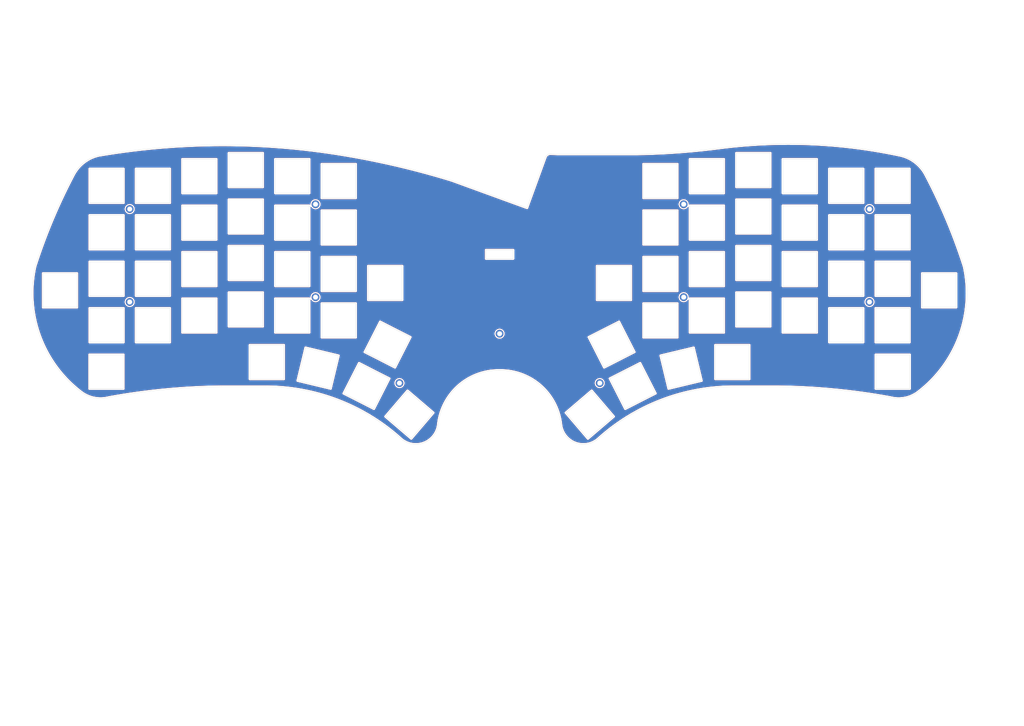
<source format=kicad_pcb>
(kicad_pcb (version 20211014) (generator pcbnew)
  (layers (0 "F.Cu" signal) (31 "B.Cu" signal) (34 "B.Paste" user) (35 "F.Paste" user) (36 "B.SilkS" user "B.Silkscreen") (37 "F.SilkS" user "F.Silkscreen") (38 "B.Mask" user) (39 "F.Mask" user) (44 "Edge.Cuts" user))
  (net 0 "")
  (footprint "" (layer "F.Cu") (at 129.52502 83.424999)
    (fp_text reference "" (at 0 0) (layer "F.SilkS") (effects (font (size 1.27 1.27))))
    (fp_text value "" (at 0 0) (layer "F.SilkS") (effects (font (size 1.27 1.27))))
    (pad "" np_thru_hole circle locked (at 0 0) (size 3.2 3.2) (drill 2) (layers F&B.Cu *.Mask))
  )
  (footprint "" (layer "F.Cu") (at 356.674995 85.393775)
    (fp_text reference "" (at 0 0) (layer "F.SilkS") (effects (font (size 1.27 1.27))))
    (fp_text value "" (at 0 0) (layer "F.SilkS") (effects (font (size 1.27 1.27))))
    (pad "" np_thru_hole circle locked (at 0 0) (size 3.2 3.2) (drill 2) (layers F&B.Cu *.Mask))
  )
  (footprint "" (layer "F.Cu") (at 356.674972 123.493739)
    (fp_text reference "" (at 0 0) (layer "F.SilkS") (effects (font (size 1.27 1.27))))
    (fp_text value "" (at 0 0) (layer "F.SilkS") (effects (font (size 1.27 1.27))))
    (pad "" np_thru_hole circle locked (at 0 0) (size 3.2 3.2) (drill 2) (layers F&B.Cu *.Mask))
  )
  (footprint "footprints:spacer_m2" (layer "F.Cu") (at 53.325013 85.393778)
    (fp_text reference "HM1" hide)
    (fp_text value "CaseHole" hide)
    (pad "" np_thru_hole circle locked (at 0 0) (size 3.2 3.2) (drill 2) (layers F&B.Cu *.Mask))
  )
  (footprint "" (layer "F.Cu") (at 129.525034 121.524993)
    (fp_text reference "" (at 0 0) (layer "F.SilkS") (effects (font (size 1.27 1.27))))
    (fp_text value "" (at 0 0) (layer "F.SilkS") (effects (font (size 1.27 1.27))))
    (pad "" np_thru_hole circle locked (at 0 0) (size 3.2 3.2) (drill 2) (layers F&B.Cu *.Mask))
  )
  (footprint "" (layer "F.Cu") (at 163.931123 156.759505)
    (fp_text reference "" (at 0 0) (layer "F.SilkS") (effects (font (size 1.27 1.27))))
    (fp_text value "" (at 0 0) (layer "F.SilkS") (effects (font (size 1.27 1.27))))
    (pad "" np_thru_hole circle locked (at 0 0) (size 3.2 3.2) (drill 2) (layers F&B.Cu *.Mask))
  )
  (footprint "" (layer "F.Cu") (at 246.068877 156.759505)
    (fp_text reference "" (at 0 0) (layer "F.SilkS") (effects (font (size 1.27 1.27))))
    (fp_text value "" (at 0 0) (layer "F.SilkS") (effects (font (size 1.27 1.27))))
    (pad "" np_thru_hole circle locked (at 0 0) (size 3.2 3.2) (drill 2) (layers F&B.Cu *.Mask))
  )
  (footprint "" (layer "F.Cu") (at 53.325037 123.493739)
    (fp_text reference "" (at 0 0) (layer "F.SilkS") (effects (font (size 1.27 1.27))))
    (fp_text value "" (at 0 0) (layer "F.SilkS") (effects (font (size 1.27 1.27))))
    (pad "" np_thru_hole circle locked (at 0 0) (size 3.2 3.2) (drill 2) (layers F&B.Cu *.Mask))
  )
  (footprint "" (layer "F.Cu") (at 205 136.5)
    (fp_text reference "" (at 0 0) (layer "F.SilkS") (effects (font (size 1.27 1.27))))
    (fp_text value "" (at 0 0) (layer "F.SilkS") (effects (font (size 1.27 1.27))))
    (pad "" np_thru_hole circle locked (at 0 0) (size 3.2 3.2) (drill 2) (layers F&B.Cu *.Mask))
  )
  (footprint "" (layer "F.Cu") (at 280.47498 83.424999)
    (fp_text reference "" (at 0 0) (layer "F.SilkS") (effects (font (size 1.27 1.27))))
    (fp_text value "" (at 0 0) (layer "F.SilkS") (effects (font (size 1.27 1.27))))
    (pad "" np_thru_hole circle locked (at 0 0) (size 3.2 3.2) (drill 2) (layers F&B.Cu *.Mask))
  )
  (footprint "" (layer "F.Cu") (at 280.474967 121.524995)
    (fp_text reference "" (at 0 0) (layer "F.SilkS") (effects (font (size 1.27 1.27))))
    (fp_text value "" (at 0 0) (layer "F.SilkS") (effects (font (size 1.27 1.27))))
    (pad "" np_thru_hole circle locked (at 0 0) (size 3.2 3.2) (drill 2) (layers F&B.Cu *.Mask))
  )
  (gr_line (start 340.149997 68.868777) (end 340.149997 82.868777) (layer "Edge.Cuts") (width 0.1))
  (gr_line (start 210.6 102.15625) (end 199.4 102.15625) (layer "Edge.Cuts") (width 0.1))
  (gr_line (start 354.149973 120.968772) (end 354.149973 106.968772) (layer "Edge.Cuts") (width 0.1))
  (gr_arc (start 395.37125 108.93125) (mid 393.405311 137.519163) (end 376.32125 160.525) (layer "Edge.Cuts") (width 0.1))
  (gr_line (start 50.850003 82.868777) (end 50.850003 68.868777) (layer "Edge.Cuts") (width 0.1))
  (gr_line (start 132.050001 124.050031) (end 132.050001 138.050031) (layer "Edge.Cuts") (width 0.1))
  (gr_line (start 340.149996 126.018776) (end 340.149996 140.018776) (layer "Edge.Cuts") (width 0.1))
  (gr_line (start 236.62125 62.89375) (end 261.2275 62.89375) (layer "Edge.Cuts") (width 0.1))
  (gr_line (start 340.149987 101.918744) (end 354.149987 101.918744) (layer "Edge.Cuts") (width 0.1))
  (gr_line (start 282.999974 136.049994) (end 296.999974 136.049994) (layer "Edge.Cuts") (width 0.1))
  (gr_line (start 113.000026 122.049994) (end 113.000026 136.049994) (layer "Edge.Cuts") (width 0.1))
  (gr_line (start 263.949976 105.000027) (end 263.949976 119.000027) (layer "Edge.Cuts") (width 0.1))
  (gr_line (start 302.05001 119.550032) (end 302.05001 133.550032) (layer "Edge.Cuts") (width 0.1))
  (gr_line (start 321.099973 117.000022) (end 335.099973 117.000022) (layer "Edge.Cuts") (width 0.1))
  (gr_line (start 232.116578 168.909104) (end 241.208851 179.554787) (layer "Edge.Cuts") (width 0.1))
  (gr_line (start 307.438658 141.12413) (end 293.438658 141.12413) (layer "Edge.Cuts") (width 0.1))
  (gr_line (start 282.999951 116.99999) (end 296.999951 116.99999) (layer "Edge.Cuts") (width 0.1))
  (gr_line (start 277.949976 119.000027) (end 277.949976 105.000027) (layer "Edge.Cuts") (width 0.1))
  (gr_line (start 116.561342 141.12413) (end 102.561342 141.12413) (layer "Edge.Cuts") (width 0.1))
  (gr_line (start 165.100024 108.697035) (end 151.100024 108.697035) (layer "Edge.Cuts") (width 0.1))
  (gr_line (start 93.94999 133.550032) (end 107.94999 133.550032) (layer "Edge.Cuts") (width 0.1))
  (gr_line (start 316.050001 81.45) (end 302.050001 81.45) (layer "Edge.Cuts") (width 0.1))
  (gr_line (start 107.94999 119.550032) (end 93.94999 119.550032) (layer "Edge.Cuts") (width 0.1))
  (gr_line (start 302.050001 95.45) (end 316.050001 95.45) (layer "Edge.Cuts") (width 0.1))
  (gr_arc (start 40.69375 63.475) (mid 91.140037 59.17546) (end 141.595456 63.366499) (layer "Edge.Cuts") (width 0.1))
  (gr_line (start 107.949999 95.45) (end 107.949999 81.45) (layer "Edge.Cuts") (width 0.1))
  (gr_line (start 296.999975 78.899995) (end 296.999975 64.899995) (layer "Edge.Cuts") (width 0.1))
  (gr_line (start 316.050011 62.400033) (end 302.050011 62.400033) (layer "Edge.Cuts") (width 0.1))
  (gr_line (start 185.251706 73.685249) (end 216.280356 84.978754) (layer "Edge.Cuts") (width 0.1))
  (gr_line (start 127.000049 116.99999) (end 127.000049 102.99999) (layer "Edge.Cuts") (width 0.1))
  (gr_line (start 316.049987 100.500028) (end 302.049987 100.500028) (layer "Edge.Cuts") (width 0.1))
  (gr_line (start 90.82875 158.14375) (end 108.29125 158.14375) (layer "Edge.Cuts") (width 0.1))
  (gr_line (start 296.999951 116.99999) (end 296.999951 102.99999) (layer "Edge.Cuts") (width 0.1))
  (gr_line (start 244.899976 122.697035) (end 258.899976 122.697035) (layer "Edge.Cuts") (width 0.1))
  (gr_line (start 335.099987 97.949994) (end 335.099987 83.949994) (layer "Edge.Cuts") (width 0.1))
  (gr_line (start 359.149987 87.918744) (end 359.149987 101.918744) (layer "Edge.Cuts") (width 0.1))
  (gr_line (start 277.95 66.900032) (end 263.95 66.900032) (layer "Edge.Cuts") (width 0.1))
  (gr_line (start 359.149997 68.868777) (end 359.149997 82.868777) (layer "Edge.Cuts") (width 0.1))
  (gr_line (start 69.850013 101.918744) (end 69.850013 87.918744) (layer "Edge.Cuts") (width 0.1))
  (gr_line (start 93.949999 81.45) (end 93.949999 95.45) (layer "Edge.Cuts") (width 0.1))
  (gr_line (start 354.149987 87.918744) (end 340.149987 87.918744) (layer "Edge.Cuts") (width 0.1))
  (gr_line (start 253.987498 131.545661) (end 241.513407 137.901528) (layer "Edge.Cuts") (width 0.1))
  (gr_line (start 88.900027 103.000022) (end 74.900027 103.000022) (layer "Edge.Cuts") (width 0.1))
  (gr_line (start 88.900003 64.900027) (end 74.900003 64.900027) (layer "Edge.Cuts") (width 0.1))
  (gr_line (start 199.4 102.15625) (end 199.4 105.75625) (layer "Edge.Cuts") (width 0.1))
  (gr_line (start 146.05 80.900032) (end 146.05 66.900032) (layer "Edge.Cuts") (width 0.1))
  (gr_line (start 316.049987 114.500028) (end 316.049987 100.500028) (layer "Edge.Cuts") (width 0.1))
  (gr_line (start 93.950013 114.500028) (end 107.950013 114.500028) (layer "Edge.Cuts") (width 0.1))
  (gr_line (start 113.000026 136.049994) (end 127.000026 136.049994) (layer "Edge.Cuts") (width 0.1))
  (gr_line (start 284.599726 142.183003) (end 270.986547 145.451238) (layer "Edge.Cuts") (width 0.1))
  (gr_line (start 113.000049 102.99999) (end 113.000049 116.99999) (layer "Edge.Cuts") (width 0.1))
  (gr_arc (start 179.72875 174.01875) (mid 173.827846 181.247547) (end 164.6475 179.575) (layer "Edge.Cuts") (width 0.1))
  (gr_line (start 270.986547 145.451238) (end 274.254782 159.064417) (layer "Edge.Cuts") (width 0.1))
  (gr_arc (start 223.896133 64.050141) (mid 224.732463 63.068414) (end 225.987614 62.77432) (layer "Edge.Cuts") (width 0.1))
  (gr_arc (start 14.62875 108.93125) (mid 21.682598 89.828032) (end 30.375 71.4125) (layer "Edge.Cuts") (width 0.1))
  (gr_line (start 335.099973 117.000022) (end 335.099973 103.000022) (layer "Edge.Cuts") (width 0.1))
  (gr_line (start 277.949999 138.050031) (end 277.949999 124.050031) (layer "Edge.Cuts") (width 0.1))
  (gr_line (start 282.999975 78.899995) (end 296.999975 78.899995) (layer "Edge.Cuts") (width 0.1))
  (gr_line (start 151.100024 122.697035) (end 165.100024 122.697035) (layer "Edge.Cuts") (width 0.1))
  (gr_line (start 55.850004 126.018776) (end 55.850004 140.018776) (layer "Edge.Cuts") (width 0.1))
  (gr_line (start 302.050011 62.400033) (end 302.050011 76.400033) (layer "Edge.Cuts") (width 0.1))
  (gr_line (start 260.343365 144.019752) (end 253.987498 131.545661) (layer "Edge.Cuts") (width 0.1))
  (gr_line (start 359.149973 120.968772) (end 373.149973 120.968772) (layer "Edge.Cuts") (width 0.1))
  (gr_line (start 36.800014 145.068743) (end 36.800014 159.068743) (layer "Edge.Cuts") (width 0.1))
  (gr_line (start 242.762261 159.816831) (end 232.116578 168.909104) (layer "Edge.Cuts") (width 0.1))
  (gr_line (start 74.900003 64.900027) (end 74.900003 78.900027) (layer "Edge.Cuts") (width 0.1))
  (gr_line (start 50.850003 68.868777) (end 36.850003 68.868777) (layer "Edge.Cuts") (width 0.1))
  (gr_line (start 102.561342 141.12413) (end 102.561342 155.12413) (layer "Edge.Cuts") (width 0.1))
  (gr_line (start 321.099987 97.949994) (end 335.099987 97.949994) (layer "Edge.Cuts") (width 0.1))
  (gr_line (start 36.850003 68.868777) (end 36.850003 82.868777) (layer "Edge.Cuts") (width 0.1))
  (gr_line (start 168.486593 137.901528) (end 156.012502 131.545661) (layer "Edge.Cuts") (width 0.1))
  (gr_line (start 122.132039 155.796182) (end 135.745218 159.064417) (layer "Edge.Cuts") (width 0.1))
  (gr_line (start 107.949989 76.400033) (end 107.949989 62.400033) (layer "Edge.Cuts") (width 0.1))
  (gr_line (start 74.900004 122.050026) (end 74.900004 136.050026) (layer "Edge.Cuts") (width 0.1))
  (gr_line (start 359.149997 82.868777) (end 373.149997 82.868777) (layer "Edge.Cuts") (width 0.1))
  (gr_line (start 373.149987 87.918744) (end 359.149987 87.918744) (layer "Edge.Cuts") (width 0.1))
  (gr_line (start 102.561342 155.12413) (end 116.561342 155.12413) (layer "Edge.Cuts") (width 0.1))
  (gr_line (start 277.95 80.900032) (end 277.95 66.900032) (layer "Edge.Cuts") (width 0.1))
  (gr_line (start 274.254782 159.064417) (end 287.867961 155.796182) (layer "Edge.Cuts") (width 0.1))
  (gr_line (start 88.900003 78.900027) (end 88.900003 64.900027) (layer "Edge.Cuts") (width 0.1))
  (gr_line (start 36.800014 159.068743) (end 50.800014 159.068743) (layer "Edge.Cuts") (width 0.1))
  (gr_line (start 282.999951 102.99999) (end 282.999951 116.99999) (layer "Edge.Cuts") (width 0.1))
  (gr_arc (start 294.565 60.5125) (mid 332.063109 58.777444) (end 369.30625 63.475) (layer "Edge.Cuts") (width 0.1))
  (gr_line (start 340.149997 82.868777) (end 354.149997 82.868777) (layer "Edge.Cuts") (width 0.1))
  (gr_line (start 263.95 66.900032) (end 263.95 80.900032) (layer "Edge.Cuts") (width 0.1))
  (gr_line (start 149.656635 144.019752) (end 162.136593 150.375619) (layer "Edge.Cuts") (width 0.1))
  (gr_line (start 50.850013 87.918744) (end 36.850013 87.918744) (layer "Edge.Cuts") (width 0.1))
  (gr_line (start 132.050024 105.000027) (end 132.050024 119.000027) (layer "Edge.Cuts") (width 0.1))
  (gr_line (start 244.899976 108.697035) (end 244.899976 122.697035) (layer "Edge.Cuts") (width 0.1))
  (gr_arc (start 319.17125 158.14375) (mid 342.283453 159.377631) (end 365.20875 162.559957) (layer "Edge.Cuts") (width 0.1))
  (gr_line (start 216.280356 84.978754) (end 222.361475 68.27102) (layer "Edge.Cuts") (width 0.1))
  (gr_line (start 316.05001 133.550032) (end 316.05001 119.550032) (layer "Edge.Cuts") (width 0.1))
  (gr_line (start 354.149997 82.868777) (end 354.149997 68.868777) (layer "Edge.Cuts") (width 0.1))
  (gr_line (start 146.05 66.900032) (end 132.05 66.900032) (layer "Edge.Cuts") (width 0.1))
  (gr_line (start 132.050001 138.050031) (end 146.050001 138.050031) (layer "Edge.Cuts") (width 0.1))
  (gr_line (start 392.249963 125.73128) (end 392.249963 111.73128) (layer "Edge.Cuts") (width 0.1))
  (gr_line (start 55.850003 82.868777) (end 69.850003 82.868777) (layer "Edge.Cuts") (width 0.1))
  (gr_line (start 153.488066 167.349264) (end 159.838066 154.875173) (layer "Edge.Cuts") (width 0.1))
  (gr_line (start 296.999974 136.049994) (end 296.999974 122.049994) (layer "Edge.Cuts") (width 0.1))
  (gr_line (start 302.050011 76.400033) (end 316.050011 76.400033) (layer "Edge.Cuts") (width 0.1))
  (gr_line (start 321.099996 136.050026) (end 335.099996 136.050026) (layer "Edge.Cuts") (width 0.1))
  (gr_line (start 373.149987 101.918744) (end 373.149987 87.918744) (layer "Edge.Cuts") (width 0.1))
  (gr_line (start 31.750023 111.731211) (end 17.750023 111.731211) (layer "Edge.Cuts") (width 0.1))
  (gr_line (start 50.800014 145.068743) (end 36.800014 145.068743) (layer "Edge.Cuts") (width 0.1))
  (gr_line (start 55.850013 101.918744) (end 69.850013 101.918744) (layer "Edge.Cuts") (width 0.1))
  (gr_line (start 88.900004 136.050026) (end 88.900004 122.050026) (layer "Edge.Cuts") (width 0.1))
  (gr_line (start 277.94999 85.949999) (end 263.94999 85.949999) (layer "Edge.Cuts") (width 0.1))
  (gr_line (start 159.838066 154.875173) (end 147.363975 148.519306) (layer "Edge.Cuts") (width 0.1))
  (gr_line (start 340.149996 140.018776) (end 354.149996 140.018776) (layer "Edge.Cuts") (width 0.1))
  (gr_line (start 293.438658 141.12413) (end 293.438658 155.12413) (layer "Edge.Cuts") (width 0.1))
  (gr_line (start 93.950013 100.500028) (end 93.950013 114.500028) (layer "Edge.Cuts") (width 0.1))
  (gr_line (start 277.94999 99.949999) (end 277.94999 85.949999) (layer "Edge.Cuts") (width 0.1))
  (gr_line (start 373.149997 68.868777) (end 359.149997 68.868777) (layer "Edge.Cuts") (width 0.1))
  (gr_line (start 17.750023 111.731211) (end 17.750023 125.731211) (layer "Edge.Cuts") (width 0.1))
  (gr_line (start 340.149987 87.918744) (end 340.149987 101.918744) (layer "Edge.Cuts") (width 0.1))
  (gr_line (start 158.145466 170.462514) (end 168.791149 179.554787) (layer "Edge.Cuts") (width 0.1))
  (gr_line (start 359.199996 159.068743) (end 373.199996 159.068743) (layer "Edge.Cuts") (width 0.1))
  (gr_line (start 132.05001 85.949999) (end 132.05001 99.949999) (layer "Edge.Cuts") (width 0.1))
  (gr_line (start 282.999974 122.049994) (end 282.999974 136.049994) (layer "Edge.Cuts") (width 0.1))
  (gr_line (start 321.099997 64.900027) (end 321.099997 78.900027) (layer "Edge.Cuts") (width 0.1))
  (gr_line (start 277.949999 124.050031) (end 263.949999 124.050031) (layer "Edge.Cuts") (width 0.1))
  (gr_line (start 107.950013 100.500028) (end 93.950013 100.500028) (layer "Edge.Cuts") (width 0.1))
  (gr_arc (start 108.29125 158.14375) (mid 138.489145 163.548128) (end 164.6475 179.575) (layer "Edge.Cuts") (width 0.1))
  (gr_line (start 74.900027 103.000022) (end 74.900027 117.000022) (layer "Edge.Cuts") (width 0.1))
  (gr_line (start 210.6 105.75625) (end 210.6 102.15625) (layer "Edge.Cuts") (width 0.1))
  (gr_line (start 302.050001 81.45) (end 302.050001 95.45) (layer "Edge.Cuts") (width 0.1))
  (gr_line (start 296.999975 64.899995) (end 282.999975 64.899995) (layer "Edge.Cuts") (width 0.1))
  (gr_arc (start 245.3525 179.575) (mid 236.172153 181.247547) (end 230.27125 174.01875) (layer "Edge.Cuts") (width 0.1))
  (gr_line (start 88.900027 117.000022) (end 88.900027 103.000022) (layer "Edge.Cuts") (width 0.1))
  (gr_line (start 301.70875 158.14375) (end 319.17125 158.14375) (layer "Edge.Cuts") (width 0.1))
  (gr_line (start 177.883422 168.909104) (end 167.237739 159.816831) (layer "Edge.Cuts") (width 0.1))
  (gr_line (start 335.099987 83.949994) (end 321.099987 83.949994) (layer "Edge.Cuts") (width 0.1))
  (gr_line (start 69.850004 140.018776) (end 69.850004 126.018776) (layer "Edge.Cuts") (width 0.1))
  (gr_line (start 199.4 105.75625) (end 210.6 105.75625) (layer "Edge.Cuts") (width 0.1))
  (gr_line (start 354.149987 101.918744) (end 354.149987 87.918744) (layer "Edge.Cuts") (width 0.1))
  (gr_line (start 296.999974 122.049994) (end 282.999974 122.049994) (layer "Edge.Cuts") (width 0.1))
  (gr_line (start 258.899976 122.697035) (end 258.899976 108.697035) (layer "Edge.Cuts") (width 0.1))
  (gr_line (start 55.850004 140.018776) (end 69.850004 140.018776) (layer "Edge.Cuts") (width 0.1))
  (gr_line (start 156.012502 131.545661) (end 149.656635 144.019752) (layer "Edge.Cuts") (width 0.1))
  (gr_line (start 69.850004 126.018776) (end 55.850004 126.018776) (layer "Edge.Cuts") (width 0.1))
  (gr_line (start 256.511934 167.349264) (end 268.991892 160.993397) (layer "Edge.Cuts") (width 0.1))
  (gr_line (start 263.94999 99.949999) (end 277.94999 99.949999) (layer "Edge.Cuts") (width 0.1))
  (gr_line (start 50.850013 101.918744) (end 50.850013 87.918744) (layer "Edge.Cuts") (width 0.1))
  (gr_line (start 321.099973 103.000022) (end 321.099973 117.000022) (layer "Edge.Cuts") (width 0.1))
  (gr_line (start 373.149996 126.018776) (end 359.149996 126.018776) (layer "Edge.Cuts") (width 0.1))
  (gr_line (start 139.013453 145.451238) (end 125.400274 142.183003) (layer "Edge.Cuts") (width 0.1))
  (gr_line (start 116.561342 155.12413) (end 116.561342 141.12413) (layer "Edge.Cuts") (width 0.1))
  (gr_line (start 69.850003 68.868777) (end 55.850003 68.868777) (layer "Edge.Cuts") (width 0.1))
  (gr_line (start 263.95 80.900032) (end 277.95 80.900032) (layer "Edge.Cuts") (width 0.1))
  (gr_line (start 296.999965 97.949962) (end 296.999965 83.949962) (layer "Edge.Cuts") (width 0.1))
  (gr_line (start 50.850027 106.968772) (end 36.850027 106.968772) (layer "Edge.Cuts") (width 0.1))
  (gr_line (start 378.249963 125.73128) (end 392.249963 125.73128) (layer "Edge.Cuts") (width 0.1))
  (gr_arc (start 44.79125 162.559957) (mid 67.716546 159.37763) (end 90.82875 158.14375) (layer "Edge.Cuts") (width 0.1))
  (gr_line (start 36.850013 87.918744) (end 36.850013 101.918744) (layer "Edge.Cuts") (width 0.1))
  (gr_line (start 69.850027 120.968772) (end 69.850027 106.968772) (layer "Edge.Cuts") (width 0.1))
  (gr_line (start 316.050001 95.45) (end 316.050001 81.45) (layer "Edge.Cuts") (width 0.1))
  (gr_line (start 321.099996 122.050026) (end 321.099996 136.050026) (layer "Edge.Cuts") (width 0.1))
  (gr_line (start 241.513407 137.901528) (end 247.863407 150.375619) (layer "Edge.Cuts") (width 0.1))
  (gr_line (start 50.800014 159.068743) (end 50.800014 145.068743) (layer "Edge.Cuts") (width 0.1))
  (gr_line (start 151.100024 108.697035) (end 151.100024 122.697035) (layer "Edge.Cuts") (width 0.1))
  (gr_line (start 359.149996 140.018776) (end 373.149996 140.018776) (layer "Edge.Cuts") (width 0.1))
  (gr_line (start 293.438658 155.12413) (end 307.438658 155.12413) (layer "Edge.Cuts") (width 0.1))
  (gr_line (start 132.05 80.900032) (end 146.05 80.900032) (layer "Edge.Cuts") (width 0.1))
  (gr_line (start 316.05001 119.550032) (end 302.05001 119.550032) (layer "Edge.Cuts") (width 0.1))
  (gr_line (start 359.149996 126.018776) (end 359.149996 140.018776) (layer "Edge.Cuts") (width 0.1))
  (gr_line (start 127.000049 102.99999) (end 113.000049 102.99999) (layer "Edge.Cuts") (width 0.1))
  (gr_line (start 373.199996 159.068743) (end 373.199996 145.068743) (layer "Edge.Cuts") (width 0.1))
  (gr_line (start 31.750023 125.731211) (end 31.750023 111.731211) (layer "Edge.Cuts") (width 0.1))
  (gr_line (start 354.149973 106.968772) (end 340.149973 106.968772) (layer "Edge.Cuts") (width 0.1))
  (gr_line (start 241.208851 179.554787) (end 251.854534 170.462514) (layer "Edge.Cuts") (width 0.1))
  (gr_line (start 127.000025 78.899995) (end 127.000025 64.899995) (layer "Edge.Cuts") (width 0.1))
  (gr_line (start 36.850027 120.968772) (end 50.850027 120.968772) (layer "Edge.Cuts") (width 0.1))
  (gr_line (start 113.000049 116.99999) (end 127.000049 116.99999) (layer "Edge.Cuts") (width 0.1))
  (gr_line (start 74.900013 83.949994) (end 74.900013 97.949994) (layer "Edge.Cuts") (width 0.1))
  (gr_arc (start 369.30625 63.475) (mid 375.343071 66.303074) (end 379.625 71.4125) (layer "Edge.Cuts") (width 0.1))
  (gr_line (start 321.099987 83.949994) (end 321.099987 97.949994) (layer "Edge.Cuts") (width 0.1))
  (gr_line (start 113.000025 64.899995) (end 113.000025 78.899995) (layer "Edge.Cuts") (width 0.1))
  (gr_line (start 50.850027 120.968772) (end 50.850027 106.968772) (layer "Edge.Cuts") (width 0.1))
  (gr_line (start 302.05001 133.550032) (end 316.05001 133.550032) (layer "Edge.Cuts") (width 0.1))
  (gr_line (start 127.000026 122.049994) (end 113.000026 122.049994) (layer "Edge.Cuts") (width 0.1))
  (gr_arc (start 33.67875 160.525) (mid 16.594689 137.519163) (end 14.62875 108.93125) (layer "Edge.Cuts") (width 0.1))
  (gr_line (start 93.949989 62.400033) (end 93.949989 76.400033) (layer "Edge.Cuts") (width 0.1))
  (gr_line (start 146.050024 119.000027) (end 146.050024 105.000027) (layer "Edge.Cuts") (width 0.1))
  (gr_line (start 359.199996 145.068743) (end 359.199996 159.068743) (layer "Edge.Cuts") (width 0.1))
  (gr_line (start 36.850003 82.868777) (end 50.850003 82.868777) (layer "Edge.Cuts") (width 0.1))
  (gr_line (start 74.900003 78.900027) (end 88.900003 78.900027) (layer "Edge.Cuts") (width 0.1))
  (gr_line (start 258.899976 108.697035) (end 244.899976 108.697035) (layer "Edge.Cuts") (width 0.1))
  (gr_line (start 113.000035 83.949962) (end 113.000035 97.949962) (layer "Edge.Cuts") (width 0.1))
  (gr_line (start 93.94999 119.550032) (end 93.94999 133.550032) (layer "Edge.Cuts") (width 0.1))
  (gr_line (start 74.900004 136.050026) (end 88.900004 136.050026) (layer "Edge.Cuts") (width 0.1))
  (gr_line (start 373.149996 140.018776) (end 373.149996 126.018776) (layer "Edge.Cuts") (width 0.1))
  (gr_line (start 69.850013 87.918744) (end 55.850013 87.918744) (layer "Edge.Cuts") (width 0.1))
  (gr_line (start 74.900013 97.949994) (end 88.900013 97.949994) (layer "Edge.Cuts") (width 0.1))
  (gr_line (start 127.000025 64.899995) (end 113.000025 64.899995) (layer "Edge.Cuts") (width 0.1))
  (gr_line (start 321.099997 78.900027) (end 335.099997 78.900027) (layer "Edge.Cuts") (width 0.1))
  (gr_line (start 262.636025 148.519306) (end 250.161934 154.875173) (layer "Edge.Cuts") (width 0.1))
  (gr_line (start 263.949976 119.000027) (end 277.949976 119.000027) (layer "Edge.Cuts") (width 0.1))
  (gr_line (start 263.949999 124.050031) (end 263.949999 138.050031) (layer "Edge.Cuts") (width 0.1))
  (gr_line (start 74.900027 117.000022) (end 88.900027 117.000022) (layer "Edge.Cuts") (width 0.1))
  (gr_line (start 146.050024 105.000027) (end 132.050024 105.000027) (layer "Edge.Cuts") (width 0.1))
  (gr_line (start 167.237739 159.816831) (end 158.145466 170.462514) (layer "Edge.Cuts") (width 0.1))
  (gr_line (start 263.949999 138.050031) (end 277.949999 138.050031) (layer "Edge.Cuts") (width 0.1))
  (gr_arc (start 205 151.472749) (mid 222.035422 157.814127) (end 230.27125 174.01875) (layer "Edge.Cuts") (width 0.1))
  (gr_line (start 127.000026 136.049994) (end 127.000026 122.049994) (layer "Edge.Cuts") (width 0.1))
  (gr_arc (start 141.595456 63.366499) (mid 163.594731 67.801776) (end 185.251706 73.685249) (layer "Edge.Cuts") (width 0.1))
  (gr_line (start 36.850004 126.018776) (end 36.850004 140.018776) (layer "Edge.Cuts") (width 0.1))
  (gr_line (start 162.136593 150.375619) (end 168.486593 137.901528) (layer "Edge.Cuts") (width 0.1))
  (gr_line (start 251.854534 170.462514) (end 242.762261 159.816831) (layer "Edge.Cuts") (width 0.1))
  (gr_line (start 302.049987 114.500028) (end 316.049987 114.500028) (layer "Edge.Cuts") (width 0.1))
  (gr_arc (start 379.625 71.4125) (mid 388.317402 89.828032) (end 395.37125 108.93125) (layer "Edge.Cuts") (width 0.1))
  (gr_line (start 168.791149 179.554787) (end 177.883422 168.909104) (layer "Edge.Cuts") (width 0.1))
  (gr_line (start 107.950013 114.500028) (end 107.950013 100.500028) (layer "Edge.Cuts") (width 0.1))
  (gr_line (start 225.987614 62.77432) (end 228.68375 62.89375) (layer "Edge.Cuts") (width 0.1))
  (gr_line (start 147.363975 148.519306) (end 141.008108 160.993397) (layer "Edge.Cuts") (width 0.1))
  (gr_line (start 222.361475 68.27102) (end 223.896133 64.050141) (layer "Edge.Cuts") (width 0.1))
  (gr_line (start 340.149973 120.968772) (end 354.149973 120.968772) (layer "Edge.Cuts") (width 0.1))
  (gr_line (start 113.000025 78.899995) (end 127.000025 78.899995) (layer "Edge.Cuts") (width 0.1))
  (gr_line (start 165.100024 122.697035) (end 165.100024 108.697035) (layer "Edge.Cuts") (width 0.1))
  (gr_line (start 354.149997 68.868777) (end 340.149997 68.868777) (layer "Edge.Cuts") (width 0.1))
  (gr_line (start 335.099997 78.900027) (end 335.099997 64.900027) (layer "Edge.Cuts") (width 0.1))
  (gr_line (start 296.999951 102.99999) (end 282.999951 102.99999) (layer "Edge.Cuts") (width 0.1))
  (gr_line (start 146.05001 85.949999) (end 132.05001 85.949999) (layer "Edge.Cuts") (width 0.1))
  (gr_line (start 378.249963 111.73128) (end 378.249963 125.73128) (layer "Edge.Cuts") (width 0.1))
  (gr_line (start 247.863407 150.375619) (end 260.343365 144.019752) (layer "Edge.Cuts") (width 0.1))
  (gr_line (start 302.049987 100.500028) (end 302.049987 114.500028) (layer "Edge.Cuts") (width 0.1))
  (gr_line (start 287.867961 155.796182) (end 284.599726 142.183003) (layer "Edge.Cuts") (width 0.1))
  (gr_line (start 250.161934 154.875173) (end 256.511934 167.349264) (layer "Edge.Cuts") (width 0.1))
  (gr_line (start 277.949976 105.000027) (end 263.949976 105.000027) (layer "Edge.Cuts") (width 0.1))
  (gr_line (start 55.850003 68.868777) (end 55.850003 82.868777) (layer "Edge.Cuts") (width 0.1))
  (gr_line (start 359.149973 106.968772) (end 359.149973 120.968772) (layer "Edge.Cuts") (width 0.1))
  (gr_line (start 335.099973 103.000022) (end 321.099973 103.000022) (layer "Edge.Cuts") (width 0.1))
  (gr_line (start 359.149987 101.918744) (end 373.149987 101.918744) (layer "Edge.Cuts") (width 0.1))
  (gr_line (start 354.149996 140.018776) (end 354.149996 126.018776) (layer "Edge.Cuts") (width 0.1))
  (gr_line (start 93.949989 76.400033) (end 107.949989 76.400033) (layer "Edge.Cuts") (width 0.1))
  (gr_line (start 127.000035 97.949962) (end 127.000035 83.949962) (layer "Edge.Cuts") (width 0.1))
  (gr_line (start 340.149973 106.968772) (end 340.149973 120.968772) (layer "Edge.Cuts") (width 0.1))
  (gr_arc (start 30.375 71.4125) (mid 34.656927 66.303068) (end 40.69375 63.475) (layer "Edge.Cuts") (width 0.1))
  (gr_line (start 141.008108 160.993397) (end 153.488066 167.349264) (layer "Edge.Cuts") (width 0.1))
  (gr_arc (start 44.79125 162.559957) (mid 39.005046 162.798214) (end 33.67875 160.525) (layer "Edge.Cuts") (width 0.1))
  (gr_line (start 335.099996 136.050026) (end 335.099996 122.050026) (layer "Edge.Cuts") (width 0.1))
  (gr_line (start 146.05001 99.949999) (end 146.05001 85.949999) (layer "Edge.Cuts") (width 0.1))
  (gr_arc (start 376.32125 160.525) (mid 370.994954 162.798215) (end 365.20875 162.559957) (layer "Edge.Cuts") (width 0.1))
  (gr_line (start 354.149996 126.018776) (end 340.149996 126.018776) (layer "Edge.Cuts") (width 0.1))
  (gr_line (start 373.149973 120.968772) (end 373.149973 106.968772) (layer "Edge.Cuts") (width 0.1))
  (gr_arc (start 294.565 60.5125) (mid 277.929066 62.162546) (end 261.2275 62.89375) (layer "Edge.Cuts") (width 0.1))
  (gr_line (start 17.750023 125.731211) (end 31.750023 125.731211) (layer "Edge.Cuts") (width 0.1))
  (gr_line (start 373.149973 106.968772) (end 359.149973 106.968772) (layer "Edge.Cuts") (width 0.1))
  (gr_line (start 127.000035 83.949962) (end 113.000035 83.949962) (layer "Edge.Cuts") (width 0.1))
  (gr_line (start 36.850004 140.018776) (end 50.850004 140.018776) (layer "Edge.Cuts") (width 0.1))
  (gr_line (start 146.050001 124.050031) (end 132.050001 124.050031) (layer "Edge.Cuts") (width 0.1))
  (gr_line (start 55.850027 106.968772) (end 55.850027 120.968772) (layer "Edge.Cuts") (width 0.1))
  (gr_line (start 36.850013 101.918744) (end 50.850013 101.918744) (layer "Edge.Cuts") (width 0.1))
  (gr_line (start 88.900013 83.949994) (end 74.900013 83.949994) (layer "Edge.Cuts") (width 0.1))
  (gr_arc (start 245.3525 179.575) (mid 271.510855 163.548128) (end 301.70875 158.14375) (layer "Edge.Cuts") (width 0.1))
  (gr_line (start 146.050001 138.050031) (end 146.050001 124.050031) (layer "Edge.Cuts") (width 0.1))
  (gr_line (start 88.900004 122.050026) (end 74.900004 122.050026) (layer "Edge.Cuts") (width 0.1))
  (gr_line (start 132.05 66.900032) (end 132.05 80.900032) (layer "Edge.Cuts") (width 0.1))
  (gr_line (start 316.050011 76.400033) (end 316.050011 62.400033) (layer "Edge.Cuts") (width 0.1))
  (gr_line (start 113.000035 97.949962) (end 127.000035 97.949962) (layer "Edge.Cuts") (width 0.1))
  (gr_line (start 335.099996 122.050026) (end 321.099996 122.050026) (layer "Edge.Cuts") (width 0.1))
  (gr_line (start 335.099997 64.900027) (end 321.099997 64.900027) (layer "Edge.Cuts") (width 0.1))
  (gr_line (start 88.900013 97.949994) (end 88.900013 83.949994) (layer "Edge.Cuts") (width 0.1))
  (gr_arc (start 179.72875 174.01875) (mid 187.964575 157.814124) (end 205 151.472749) (layer "Edge.Cuts") (width 0.1))
  (gr_line (start 55.850013 87.918744) (end 55.850013 101.918744) (layer "Edge.Cuts") (width 0.1))
  (gr_line (start 282.999965 97.949962) (end 296.999965 97.949962) (layer "Edge.Cuts") (width 0.1))
  (gr_line (start 107.949999 81.45) (end 93.949999 81.45) (layer "Edge.Cuts") (width 0.1))
  (gr_line (start 263.94999 85.949999) (end 263.94999 99.949999) (layer "Edge.Cuts") (width 0.1))
  (gr_line (start 50.850004 126.018776) (end 36.850004 126.018776) (layer "Edge.Cuts") (width 0.1))
  (gr_line (start 268.991892 160.993397) (end 262.636025 148.519306) (layer "Edge.Cuts") (width 0.1))
  (gr_line (start 50.850004 140.018776) (end 50.850004 126.018776) (layer "Edge.Cuts") (width 0.1))
  (gr_line (start 282.999965 83.949962) (end 282.999965 97.949962) (layer "Edge.Cuts") (width 0.1))
  (gr_line (start 107.94999 133.550032) (end 107.94999 119.550032) (layer "Edge.Cuts") (width 0.1))
  (gr_line (start 282.999975 64.899995) (end 282.999975 78.899995) (layer "Edge.Cuts") (width 0.1))
  (gr_line (start 132.05001 99.949999) (end 146.05001 99.949999) (layer "Edge.Cuts") (width 0.1))
  (gr_line (start 135.745218 159.064417) (end 139.013453 145.451238) (layer "Edge.Cuts") (width 0.1))
  (gr_line (start 55.850027 120.968772) (end 69.850027 120.968772) (layer "Edge.Cuts") (width 0.1))
  (gr_line (start 307.438658 155.12413) (end 307.438658 141.12413) (layer "Edge.Cuts") (width 0.1))
  (gr_line (start 93.949999 95.45) (end 107.949999 95.45) (layer "Edge.Cuts") (width 0.1))
  (gr_line (start 69.850003 82.868777) (end 69.850003 68.868777) (layer "Edge.Cuts") (width 0.1))
  (gr_line (start 125.400274 142.183003) (end 122.132039 155.796182) (layer "Edge.Cuts") (width 0.1))
  (gr_line (start 69.850027 106.968772) (end 55.850027 106.968772) (layer "Edge.Cuts") (width 0.1))
  (gr_line (start 373.199996 145.068743) (end 359.199996 145.068743) (layer "Edge.Cuts") (width 0.1))
  (gr_line (start 392.249963 111.73128) (end 378.249963 111.73128) (layer "Edge.Cuts") (width 0.1))
  (gr_line (start 107.949989 62.400033) (end 93.949989 62.400033) (layer "Edge.Cuts") (width 0.1))
  (gr_line (start 228.68375 62.89375) (end 236.62125 62.89375) (layer "Edge.Cuts") (width 0.1))
  (gr_line (start 296.999965 83.949962) (end 282.999965 83.949962) (layer "Edge.Cuts") (width 0.1))
  (gr_line (start 132.050024 119.000027) (end 146.050024 119.000027) (layer "Edge.Cuts") (width 0.1))
  (gr_line (start 36.850027 106.968772) (end 36.850027 120.968772) (layer "Edge.Cuts") (width 0.1))
  (gr_line (start 373.149997 82.868777) (end 373.149997 68.868777) (layer "Edge.Cuts") (width 0.1))
  (zone (net 0) (net_name "") (layers F&B.Cu) (connect_pads (clearance 0.508)) (min_thickness 0.254) (fill yes (thermal_gap 0.508) (thermal_bridge_width 0.508))
    (polygon (pts (xy 420.03751 297.324994) (xy 0.14376 297.324994) (xy 0.14376 -0.331256) (xy 420.03751 -0.331256)))
  )
)
</source>
